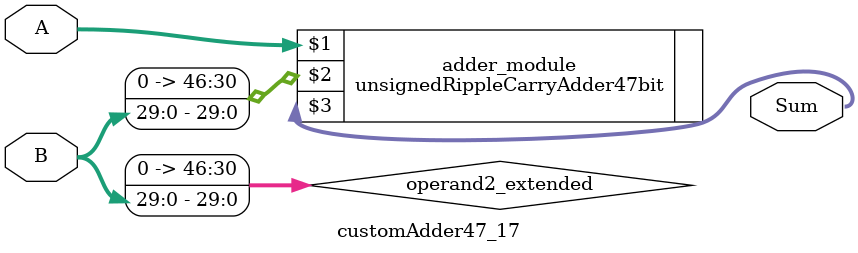
<source format=v>
module customAdder47_17(
                        input [46 : 0] A,
                        input [29 : 0] B,
                        
                        output [47 : 0] Sum
                );

        wire [46 : 0] operand2_extended;
        
        assign operand2_extended =  {17'b0, B};
        
        unsignedRippleCarryAdder47bit adder_module(
            A,
            operand2_extended,
            Sum
        );
        
        endmodule
        
</source>
